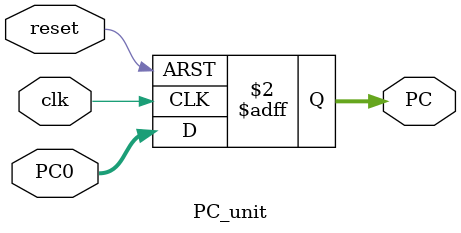
<source format=v>
`timescale 1ns/1ns

module PC_unit (
	input [31:0] PC0,
	input clk,reset,
	output reg [31:0] PC 
) ;

	always @(posedge clk,posedge reset)
		if (reset)
			PC <= 32'h00000000 ;
		else
			PC <= PC0 ;

endmodule 
</source>
